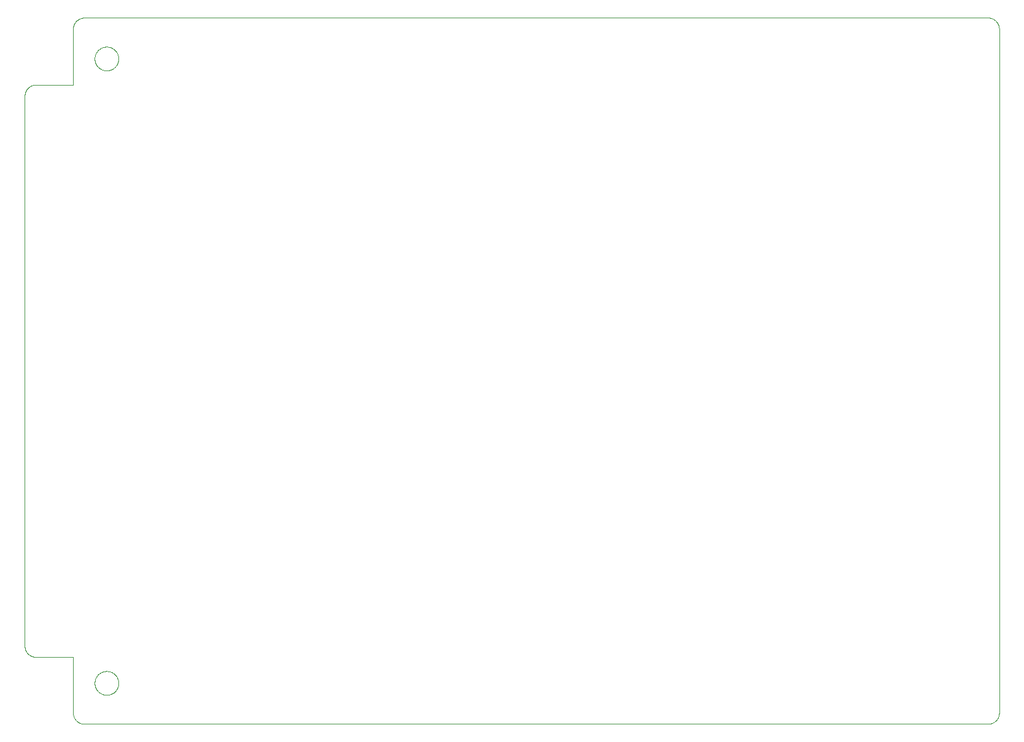
<source format=gko>
G75*
%MOIN*%
%OFA0B0*%
%FSLAX25Y25*%
%IPPOS*%
%LPD*%
%AMOC8*
5,1,8,0,0,1.08239X$1,22.5*
%
%ADD10C,0.00394*%
%ADD11C,0.00000*%
D10*
X0094688Y0070154D02*
X0094688Y0361492D01*
X0094687Y0361492D02*
X0094689Y0361644D01*
X0094695Y0361796D01*
X0094705Y0361948D01*
X0094718Y0362099D01*
X0094736Y0362250D01*
X0094757Y0362401D01*
X0094783Y0362551D01*
X0094812Y0362700D01*
X0094845Y0362849D01*
X0094882Y0362996D01*
X0094922Y0363143D01*
X0094967Y0363288D01*
X0095015Y0363432D01*
X0095067Y0363575D01*
X0095122Y0363717D01*
X0095181Y0363857D01*
X0095244Y0363996D01*
X0095310Y0364133D01*
X0095380Y0364268D01*
X0095453Y0364401D01*
X0095530Y0364532D01*
X0095610Y0364662D01*
X0095693Y0364789D01*
X0095779Y0364914D01*
X0095869Y0365037D01*
X0095962Y0365157D01*
X0096058Y0365275D01*
X0096157Y0365391D01*
X0096259Y0365504D01*
X0096363Y0365614D01*
X0096471Y0365722D01*
X0096581Y0365826D01*
X0096694Y0365928D01*
X0096810Y0366027D01*
X0096928Y0366123D01*
X0097048Y0366216D01*
X0097171Y0366306D01*
X0097296Y0366392D01*
X0097423Y0366475D01*
X0097553Y0366555D01*
X0097684Y0366632D01*
X0097817Y0366705D01*
X0097952Y0366775D01*
X0098089Y0366841D01*
X0098228Y0366904D01*
X0098368Y0366963D01*
X0098510Y0367018D01*
X0098653Y0367070D01*
X0098797Y0367118D01*
X0098942Y0367163D01*
X0099089Y0367203D01*
X0099236Y0367240D01*
X0099385Y0367273D01*
X0099534Y0367302D01*
X0099684Y0367328D01*
X0099835Y0367349D01*
X0099986Y0367367D01*
X0100137Y0367380D01*
X0100289Y0367390D01*
X0100441Y0367396D01*
X0100593Y0367398D01*
X0120278Y0367398D01*
X0120278Y0396925D01*
X0120280Y0397077D01*
X0120286Y0397229D01*
X0120296Y0397381D01*
X0120309Y0397532D01*
X0120327Y0397683D01*
X0120348Y0397834D01*
X0120374Y0397984D01*
X0120403Y0398133D01*
X0120436Y0398282D01*
X0120473Y0398429D01*
X0120513Y0398576D01*
X0120558Y0398721D01*
X0120606Y0398865D01*
X0120658Y0399008D01*
X0120713Y0399150D01*
X0120772Y0399290D01*
X0120835Y0399429D01*
X0120901Y0399566D01*
X0120971Y0399701D01*
X0121044Y0399834D01*
X0121121Y0399965D01*
X0121201Y0400095D01*
X0121284Y0400222D01*
X0121370Y0400347D01*
X0121460Y0400470D01*
X0121553Y0400590D01*
X0121649Y0400708D01*
X0121748Y0400824D01*
X0121850Y0400937D01*
X0121954Y0401047D01*
X0122062Y0401155D01*
X0122172Y0401259D01*
X0122285Y0401361D01*
X0122401Y0401460D01*
X0122519Y0401556D01*
X0122639Y0401649D01*
X0122762Y0401739D01*
X0122887Y0401825D01*
X0123014Y0401908D01*
X0123144Y0401988D01*
X0123275Y0402065D01*
X0123408Y0402138D01*
X0123543Y0402208D01*
X0123680Y0402274D01*
X0123819Y0402337D01*
X0123959Y0402396D01*
X0124101Y0402451D01*
X0124244Y0402503D01*
X0124388Y0402551D01*
X0124533Y0402596D01*
X0124680Y0402636D01*
X0124827Y0402673D01*
X0124976Y0402706D01*
X0125125Y0402735D01*
X0125275Y0402761D01*
X0125426Y0402782D01*
X0125577Y0402800D01*
X0125728Y0402813D01*
X0125880Y0402823D01*
X0126032Y0402829D01*
X0126184Y0402831D01*
X0604530Y0402831D01*
X0604682Y0402829D01*
X0604834Y0402823D01*
X0604986Y0402813D01*
X0605137Y0402800D01*
X0605288Y0402782D01*
X0605439Y0402761D01*
X0605589Y0402735D01*
X0605738Y0402706D01*
X0605887Y0402673D01*
X0606034Y0402636D01*
X0606181Y0402596D01*
X0606326Y0402551D01*
X0606470Y0402503D01*
X0606613Y0402451D01*
X0606755Y0402396D01*
X0606895Y0402337D01*
X0607034Y0402274D01*
X0607171Y0402208D01*
X0607306Y0402138D01*
X0607439Y0402065D01*
X0607570Y0401988D01*
X0607700Y0401908D01*
X0607827Y0401825D01*
X0607952Y0401739D01*
X0608075Y0401649D01*
X0608195Y0401556D01*
X0608313Y0401460D01*
X0608429Y0401361D01*
X0608542Y0401259D01*
X0608652Y0401155D01*
X0608760Y0401047D01*
X0608864Y0400937D01*
X0608966Y0400824D01*
X0609065Y0400708D01*
X0609161Y0400590D01*
X0609254Y0400470D01*
X0609344Y0400347D01*
X0609430Y0400222D01*
X0609513Y0400095D01*
X0609593Y0399965D01*
X0609670Y0399834D01*
X0609743Y0399701D01*
X0609813Y0399566D01*
X0609879Y0399429D01*
X0609942Y0399290D01*
X0610001Y0399150D01*
X0610056Y0399008D01*
X0610108Y0398865D01*
X0610156Y0398721D01*
X0610201Y0398576D01*
X0610241Y0398429D01*
X0610278Y0398282D01*
X0610311Y0398133D01*
X0610340Y0397984D01*
X0610366Y0397834D01*
X0610387Y0397683D01*
X0610405Y0397532D01*
X0610418Y0397381D01*
X0610428Y0397229D01*
X0610434Y0397077D01*
X0610436Y0396925D01*
X0610436Y0034720D01*
X0610434Y0034568D01*
X0610428Y0034416D01*
X0610418Y0034264D01*
X0610405Y0034113D01*
X0610387Y0033962D01*
X0610366Y0033811D01*
X0610340Y0033661D01*
X0610311Y0033512D01*
X0610278Y0033363D01*
X0610241Y0033216D01*
X0610201Y0033069D01*
X0610156Y0032924D01*
X0610108Y0032780D01*
X0610056Y0032637D01*
X0610001Y0032495D01*
X0609942Y0032355D01*
X0609879Y0032216D01*
X0609813Y0032079D01*
X0609743Y0031944D01*
X0609670Y0031811D01*
X0609593Y0031680D01*
X0609513Y0031550D01*
X0609430Y0031423D01*
X0609344Y0031298D01*
X0609254Y0031175D01*
X0609161Y0031055D01*
X0609065Y0030937D01*
X0608966Y0030821D01*
X0608864Y0030708D01*
X0608760Y0030598D01*
X0608652Y0030490D01*
X0608542Y0030386D01*
X0608429Y0030284D01*
X0608313Y0030185D01*
X0608195Y0030089D01*
X0608075Y0029996D01*
X0607952Y0029906D01*
X0607827Y0029820D01*
X0607700Y0029737D01*
X0607570Y0029657D01*
X0607439Y0029580D01*
X0607306Y0029507D01*
X0607171Y0029437D01*
X0607034Y0029371D01*
X0606895Y0029308D01*
X0606755Y0029249D01*
X0606613Y0029194D01*
X0606470Y0029142D01*
X0606326Y0029094D01*
X0606181Y0029049D01*
X0606034Y0029009D01*
X0605887Y0028972D01*
X0605738Y0028939D01*
X0605589Y0028910D01*
X0605439Y0028884D01*
X0605288Y0028863D01*
X0605137Y0028845D01*
X0604986Y0028832D01*
X0604834Y0028822D01*
X0604682Y0028816D01*
X0604530Y0028814D01*
X0604530Y0028815D02*
X0126184Y0028815D01*
X0126184Y0028814D02*
X0126032Y0028816D01*
X0125880Y0028822D01*
X0125728Y0028832D01*
X0125577Y0028845D01*
X0125426Y0028863D01*
X0125275Y0028884D01*
X0125125Y0028910D01*
X0124976Y0028939D01*
X0124827Y0028972D01*
X0124680Y0029009D01*
X0124533Y0029049D01*
X0124388Y0029094D01*
X0124244Y0029142D01*
X0124101Y0029194D01*
X0123959Y0029249D01*
X0123819Y0029308D01*
X0123680Y0029371D01*
X0123543Y0029437D01*
X0123408Y0029507D01*
X0123275Y0029580D01*
X0123144Y0029657D01*
X0123014Y0029737D01*
X0122887Y0029820D01*
X0122762Y0029906D01*
X0122639Y0029996D01*
X0122519Y0030089D01*
X0122401Y0030185D01*
X0122285Y0030284D01*
X0122172Y0030386D01*
X0122062Y0030490D01*
X0121954Y0030598D01*
X0121850Y0030708D01*
X0121748Y0030821D01*
X0121649Y0030937D01*
X0121553Y0031055D01*
X0121460Y0031175D01*
X0121370Y0031298D01*
X0121284Y0031423D01*
X0121201Y0031550D01*
X0121121Y0031680D01*
X0121044Y0031811D01*
X0120971Y0031944D01*
X0120901Y0032079D01*
X0120835Y0032216D01*
X0120772Y0032355D01*
X0120713Y0032495D01*
X0120658Y0032637D01*
X0120606Y0032780D01*
X0120558Y0032924D01*
X0120513Y0033069D01*
X0120473Y0033216D01*
X0120436Y0033363D01*
X0120403Y0033512D01*
X0120374Y0033661D01*
X0120348Y0033811D01*
X0120327Y0033962D01*
X0120309Y0034113D01*
X0120296Y0034264D01*
X0120286Y0034416D01*
X0120280Y0034568D01*
X0120278Y0034720D01*
X0120278Y0064248D01*
X0100593Y0064248D01*
X0100441Y0064250D01*
X0100289Y0064256D01*
X0100137Y0064266D01*
X0099986Y0064279D01*
X0099835Y0064297D01*
X0099684Y0064318D01*
X0099534Y0064344D01*
X0099385Y0064373D01*
X0099236Y0064406D01*
X0099089Y0064443D01*
X0098942Y0064483D01*
X0098797Y0064528D01*
X0098653Y0064576D01*
X0098510Y0064628D01*
X0098368Y0064683D01*
X0098228Y0064742D01*
X0098089Y0064805D01*
X0097952Y0064871D01*
X0097817Y0064941D01*
X0097684Y0065014D01*
X0097553Y0065091D01*
X0097423Y0065171D01*
X0097296Y0065254D01*
X0097171Y0065340D01*
X0097048Y0065430D01*
X0096928Y0065523D01*
X0096810Y0065619D01*
X0096694Y0065718D01*
X0096581Y0065820D01*
X0096471Y0065924D01*
X0096363Y0066032D01*
X0096259Y0066142D01*
X0096157Y0066255D01*
X0096058Y0066371D01*
X0095962Y0066489D01*
X0095869Y0066609D01*
X0095779Y0066732D01*
X0095693Y0066857D01*
X0095610Y0066984D01*
X0095530Y0067114D01*
X0095453Y0067245D01*
X0095380Y0067378D01*
X0095310Y0067513D01*
X0095244Y0067650D01*
X0095181Y0067789D01*
X0095122Y0067929D01*
X0095067Y0068071D01*
X0095015Y0068214D01*
X0094967Y0068358D01*
X0094922Y0068503D01*
X0094882Y0068650D01*
X0094845Y0068797D01*
X0094812Y0068946D01*
X0094783Y0069095D01*
X0094757Y0069245D01*
X0094736Y0069396D01*
X0094718Y0069547D01*
X0094705Y0069698D01*
X0094695Y0069850D01*
X0094689Y0070002D01*
X0094687Y0070154D01*
D11*
X0131696Y0050469D02*
X0131698Y0050627D01*
X0131704Y0050785D01*
X0131714Y0050943D01*
X0131728Y0051101D01*
X0131746Y0051258D01*
X0131767Y0051415D01*
X0131793Y0051571D01*
X0131823Y0051727D01*
X0131856Y0051882D01*
X0131894Y0052035D01*
X0131935Y0052188D01*
X0131980Y0052340D01*
X0132029Y0052491D01*
X0132082Y0052640D01*
X0132138Y0052788D01*
X0132198Y0052934D01*
X0132262Y0053079D01*
X0132330Y0053222D01*
X0132401Y0053364D01*
X0132475Y0053504D01*
X0132553Y0053641D01*
X0132635Y0053777D01*
X0132719Y0053911D01*
X0132808Y0054042D01*
X0132899Y0054171D01*
X0132994Y0054298D01*
X0133091Y0054423D01*
X0133192Y0054545D01*
X0133296Y0054664D01*
X0133403Y0054781D01*
X0133513Y0054895D01*
X0133626Y0055006D01*
X0133741Y0055115D01*
X0133859Y0055220D01*
X0133980Y0055322D01*
X0134103Y0055422D01*
X0134229Y0055518D01*
X0134357Y0055611D01*
X0134487Y0055701D01*
X0134620Y0055787D01*
X0134755Y0055871D01*
X0134891Y0055950D01*
X0135030Y0056027D01*
X0135171Y0056099D01*
X0135313Y0056169D01*
X0135457Y0056234D01*
X0135603Y0056296D01*
X0135750Y0056354D01*
X0135899Y0056409D01*
X0136049Y0056460D01*
X0136200Y0056507D01*
X0136352Y0056550D01*
X0136505Y0056589D01*
X0136660Y0056625D01*
X0136815Y0056656D01*
X0136971Y0056684D01*
X0137127Y0056708D01*
X0137284Y0056728D01*
X0137442Y0056744D01*
X0137599Y0056756D01*
X0137758Y0056764D01*
X0137916Y0056768D01*
X0138074Y0056768D01*
X0138232Y0056764D01*
X0138391Y0056756D01*
X0138548Y0056744D01*
X0138706Y0056728D01*
X0138863Y0056708D01*
X0139019Y0056684D01*
X0139175Y0056656D01*
X0139330Y0056625D01*
X0139485Y0056589D01*
X0139638Y0056550D01*
X0139790Y0056507D01*
X0139941Y0056460D01*
X0140091Y0056409D01*
X0140240Y0056354D01*
X0140387Y0056296D01*
X0140533Y0056234D01*
X0140677Y0056169D01*
X0140819Y0056099D01*
X0140960Y0056027D01*
X0141099Y0055950D01*
X0141235Y0055871D01*
X0141370Y0055787D01*
X0141503Y0055701D01*
X0141633Y0055611D01*
X0141761Y0055518D01*
X0141887Y0055422D01*
X0142010Y0055322D01*
X0142131Y0055220D01*
X0142249Y0055115D01*
X0142364Y0055006D01*
X0142477Y0054895D01*
X0142587Y0054781D01*
X0142694Y0054664D01*
X0142798Y0054545D01*
X0142899Y0054423D01*
X0142996Y0054298D01*
X0143091Y0054171D01*
X0143182Y0054042D01*
X0143271Y0053911D01*
X0143355Y0053777D01*
X0143437Y0053641D01*
X0143515Y0053504D01*
X0143589Y0053364D01*
X0143660Y0053222D01*
X0143728Y0053079D01*
X0143792Y0052934D01*
X0143852Y0052788D01*
X0143908Y0052640D01*
X0143961Y0052491D01*
X0144010Y0052340D01*
X0144055Y0052188D01*
X0144096Y0052035D01*
X0144134Y0051882D01*
X0144167Y0051727D01*
X0144197Y0051571D01*
X0144223Y0051415D01*
X0144244Y0051258D01*
X0144262Y0051101D01*
X0144276Y0050943D01*
X0144286Y0050785D01*
X0144292Y0050627D01*
X0144294Y0050469D01*
X0144292Y0050311D01*
X0144286Y0050153D01*
X0144276Y0049995D01*
X0144262Y0049837D01*
X0144244Y0049680D01*
X0144223Y0049523D01*
X0144197Y0049367D01*
X0144167Y0049211D01*
X0144134Y0049056D01*
X0144096Y0048903D01*
X0144055Y0048750D01*
X0144010Y0048598D01*
X0143961Y0048447D01*
X0143908Y0048298D01*
X0143852Y0048150D01*
X0143792Y0048004D01*
X0143728Y0047859D01*
X0143660Y0047716D01*
X0143589Y0047574D01*
X0143515Y0047434D01*
X0143437Y0047297D01*
X0143355Y0047161D01*
X0143271Y0047027D01*
X0143182Y0046896D01*
X0143091Y0046767D01*
X0142996Y0046640D01*
X0142899Y0046515D01*
X0142798Y0046393D01*
X0142694Y0046274D01*
X0142587Y0046157D01*
X0142477Y0046043D01*
X0142364Y0045932D01*
X0142249Y0045823D01*
X0142131Y0045718D01*
X0142010Y0045616D01*
X0141887Y0045516D01*
X0141761Y0045420D01*
X0141633Y0045327D01*
X0141503Y0045237D01*
X0141370Y0045151D01*
X0141235Y0045067D01*
X0141099Y0044988D01*
X0140960Y0044911D01*
X0140819Y0044839D01*
X0140677Y0044769D01*
X0140533Y0044704D01*
X0140387Y0044642D01*
X0140240Y0044584D01*
X0140091Y0044529D01*
X0139941Y0044478D01*
X0139790Y0044431D01*
X0139638Y0044388D01*
X0139485Y0044349D01*
X0139330Y0044313D01*
X0139175Y0044282D01*
X0139019Y0044254D01*
X0138863Y0044230D01*
X0138706Y0044210D01*
X0138548Y0044194D01*
X0138391Y0044182D01*
X0138232Y0044174D01*
X0138074Y0044170D01*
X0137916Y0044170D01*
X0137758Y0044174D01*
X0137599Y0044182D01*
X0137442Y0044194D01*
X0137284Y0044210D01*
X0137127Y0044230D01*
X0136971Y0044254D01*
X0136815Y0044282D01*
X0136660Y0044313D01*
X0136505Y0044349D01*
X0136352Y0044388D01*
X0136200Y0044431D01*
X0136049Y0044478D01*
X0135899Y0044529D01*
X0135750Y0044584D01*
X0135603Y0044642D01*
X0135457Y0044704D01*
X0135313Y0044769D01*
X0135171Y0044839D01*
X0135030Y0044911D01*
X0134891Y0044988D01*
X0134755Y0045067D01*
X0134620Y0045151D01*
X0134487Y0045237D01*
X0134357Y0045327D01*
X0134229Y0045420D01*
X0134103Y0045516D01*
X0133980Y0045616D01*
X0133859Y0045718D01*
X0133741Y0045823D01*
X0133626Y0045932D01*
X0133513Y0046043D01*
X0133403Y0046157D01*
X0133296Y0046274D01*
X0133192Y0046393D01*
X0133091Y0046515D01*
X0132994Y0046640D01*
X0132899Y0046767D01*
X0132808Y0046896D01*
X0132719Y0047027D01*
X0132635Y0047161D01*
X0132553Y0047297D01*
X0132475Y0047434D01*
X0132401Y0047574D01*
X0132330Y0047716D01*
X0132262Y0047859D01*
X0132198Y0048004D01*
X0132138Y0048150D01*
X0132082Y0048298D01*
X0132029Y0048447D01*
X0131980Y0048598D01*
X0131935Y0048750D01*
X0131894Y0048903D01*
X0131856Y0049056D01*
X0131823Y0049211D01*
X0131793Y0049367D01*
X0131767Y0049523D01*
X0131746Y0049680D01*
X0131728Y0049837D01*
X0131714Y0049995D01*
X0131704Y0050153D01*
X0131698Y0050311D01*
X0131696Y0050469D01*
X0131696Y0381177D02*
X0131698Y0381335D01*
X0131704Y0381493D01*
X0131714Y0381651D01*
X0131728Y0381809D01*
X0131746Y0381966D01*
X0131767Y0382123D01*
X0131793Y0382279D01*
X0131823Y0382435D01*
X0131856Y0382590D01*
X0131894Y0382743D01*
X0131935Y0382896D01*
X0131980Y0383048D01*
X0132029Y0383199D01*
X0132082Y0383348D01*
X0132138Y0383496D01*
X0132198Y0383642D01*
X0132262Y0383787D01*
X0132330Y0383930D01*
X0132401Y0384072D01*
X0132475Y0384212D01*
X0132553Y0384349D01*
X0132635Y0384485D01*
X0132719Y0384619D01*
X0132808Y0384750D01*
X0132899Y0384879D01*
X0132994Y0385006D01*
X0133091Y0385131D01*
X0133192Y0385253D01*
X0133296Y0385372D01*
X0133403Y0385489D01*
X0133513Y0385603D01*
X0133626Y0385714D01*
X0133741Y0385823D01*
X0133859Y0385928D01*
X0133980Y0386030D01*
X0134103Y0386130D01*
X0134229Y0386226D01*
X0134357Y0386319D01*
X0134487Y0386409D01*
X0134620Y0386495D01*
X0134755Y0386579D01*
X0134891Y0386658D01*
X0135030Y0386735D01*
X0135171Y0386807D01*
X0135313Y0386877D01*
X0135457Y0386942D01*
X0135603Y0387004D01*
X0135750Y0387062D01*
X0135899Y0387117D01*
X0136049Y0387168D01*
X0136200Y0387215D01*
X0136352Y0387258D01*
X0136505Y0387297D01*
X0136660Y0387333D01*
X0136815Y0387364D01*
X0136971Y0387392D01*
X0137127Y0387416D01*
X0137284Y0387436D01*
X0137442Y0387452D01*
X0137599Y0387464D01*
X0137758Y0387472D01*
X0137916Y0387476D01*
X0138074Y0387476D01*
X0138232Y0387472D01*
X0138391Y0387464D01*
X0138548Y0387452D01*
X0138706Y0387436D01*
X0138863Y0387416D01*
X0139019Y0387392D01*
X0139175Y0387364D01*
X0139330Y0387333D01*
X0139485Y0387297D01*
X0139638Y0387258D01*
X0139790Y0387215D01*
X0139941Y0387168D01*
X0140091Y0387117D01*
X0140240Y0387062D01*
X0140387Y0387004D01*
X0140533Y0386942D01*
X0140677Y0386877D01*
X0140819Y0386807D01*
X0140960Y0386735D01*
X0141099Y0386658D01*
X0141235Y0386579D01*
X0141370Y0386495D01*
X0141503Y0386409D01*
X0141633Y0386319D01*
X0141761Y0386226D01*
X0141887Y0386130D01*
X0142010Y0386030D01*
X0142131Y0385928D01*
X0142249Y0385823D01*
X0142364Y0385714D01*
X0142477Y0385603D01*
X0142587Y0385489D01*
X0142694Y0385372D01*
X0142798Y0385253D01*
X0142899Y0385131D01*
X0142996Y0385006D01*
X0143091Y0384879D01*
X0143182Y0384750D01*
X0143271Y0384619D01*
X0143355Y0384485D01*
X0143437Y0384349D01*
X0143515Y0384212D01*
X0143589Y0384072D01*
X0143660Y0383930D01*
X0143728Y0383787D01*
X0143792Y0383642D01*
X0143852Y0383496D01*
X0143908Y0383348D01*
X0143961Y0383199D01*
X0144010Y0383048D01*
X0144055Y0382896D01*
X0144096Y0382743D01*
X0144134Y0382590D01*
X0144167Y0382435D01*
X0144197Y0382279D01*
X0144223Y0382123D01*
X0144244Y0381966D01*
X0144262Y0381809D01*
X0144276Y0381651D01*
X0144286Y0381493D01*
X0144292Y0381335D01*
X0144294Y0381177D01*
X0144292Y0381019D01*
X0144286Y0380861D01*
X0144276Y0380703D01*
X0144262Y0380545D01*
X0144244Y0380388D01*
X0144223Y0380231D01*
X0144197Y0380075D01*
X0144167Y0379919D01*
X0144134Y0379764D01*
X0144096Y0379611D01*
X0144055Y0379458D01*
X0144010Y0379306D01*
X0143961Y0379155D01*
X0143908Y0379006D01*
X0143852Y0378858D01*
X0143792Y0378712D01*
X0143728Y0378567D01*
X0143660Y0378424D01*
X0143589Y0378282D01*
X0143515Y0378142D01*
X0143437Y0378005D01*
X0143355Y0377869D01*
X0143271Y0377735D01*
X0143182Y0377604D01*
X0143091Y0377475D01*
X0142996Y0377348D01*
X0142899Y0377223D01*
X0142798Y0377101D01*
X0142694Y0376982D01*
X0142587Y0376865D01*
X0142477Y0376751D01*
X0142364Y0376640D01*
X0142249Y0376531D01*
X0142131Y0376426D01*
X0142010Y0376324D01*
X0141887Y0376224D01*
X0141761Y0376128D01*
X0141633Y0376035D01*
X0141503Y0375945D01*
X0141370Y0375859D01*
X0141235Y0375775D01*
X0141099Y0375696D01*
X0140960Y0375619D01*
X0140819Y0375547D01*
X0140677Y0375477D01*
X0140533Y0375412D01*
X0140387Y0375350D01*
X0140240Y0375292D01*
X0140091Y0375237D01*
X0139941Y0375186D01*
X0139790Y0375139D01*
X0139638Y0375096D01*
X0139485Y0375057D01*
X0139330Y0375021D01*
X0139175Y0374990D01*
X0139019Y0374962D01*
X0138863Y0374938D01*
X0138706Y0374918D01*
X0138548Y0374902D01*
X0138391Y0374890D01*
X0138232Y0374882D01*
X0138074Y0374878D01*
X0137916Y0374878D01*
X0137758Y0374882D01*
X0137599Y0374890D01*
X0137442Y0374902D01*
X0137284Y0374918D01*
X0137127Y0374938D01*
X0136971Y0374962D01*
X0136815Y0374990D01*
X0136660Y0375021D01*
X0136505Y0375057D01*
X0136352Y0375096D01*
X0136200Y0375139D01*
X0136049Y0375186D01*
X0135899Y0375237D01*
X0135750Y0375292D01*
X0135603Y0375350D01*
X0135457Y0375412D01*
X0135313Y0375477D01*
X0135171Y0375547D01*
X0135030Y0375619D01*
X0134891Y0375696D01*
X0134755Y0375775D01*
X0134620Y0375859D01*
X0134487Y0375945D01*
X0134357Y0376035D01*
X0134229Y0376128D01*
X0134103Y0376224D01*
X0133980Y0376324D01*
X0133859Y0376426D01*
X0133741Y0376531D01*
X0133626Y0376640D01*
X0133513Y0376751D01*
X0133403Y0376865D01*
X0133296Y0376982D01*
X0133192Y0377101D01*
X0133091Y0377223D01*
X0132994Y0377348D01*
X0132899Y0377475D01*
X0132808Y0377604D01*
X0132719Y0377735D01*
X0132635Y0377869D01*
X0132553Y0378005D01*
X0132475Y0378142D01*
X0132401Y0378282D01*
X0132330Y0378424D01*
X0132262Y0378567D01*
X0132198Y0378712D01*
X0132138Y0378858D01*
X0132082Y0379006D01*
X0132029Y0379155D01*
X0131980Y0379306D01*
X0131935Y0379458D01*
X0131894Y0379611D01*
X0131856Y0379764D01*
X0131823Y0379919D01*
X0131793Y0380075D01*
X0131767Y0380231D01*
X0131746Y0380388D01*
X0131728Y0380545D01*
X0131714Y0380703D01*
X0131704Y0380861D01*
X0131698Y0381019D01*
X0131696Y0381177D01*
M02*

</source>
